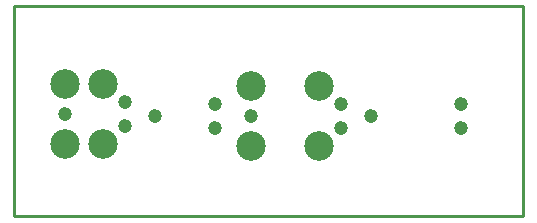
<source format=gbs>
%FSLAX44Y44*%
%MOMM*%
G71*
G01*
G75*
G04 Layer_Color=16711935*
%ADD10C,0.7900*%
%ADD11C,0.2540*%
%ADD12C,0.9906*%
%ADD13C,2.3000*%
%ADD14C,0.0100*%
%ADD15C,0.9932*%
%ADD16C,1.1938*%
%ADD17C,2.5032*%
D11*
X251460Y433070D02*
X681990D01*
X251460Y255270D02*
Y433070D01*
X681990Y255270D02*
Y433070D01*
X251460Y255270D02*
X681990D01*
D16*
X553720Y340360D02*
D03*
X629920Y350520D02*
D03*
Y330200D02*
D03*
X452120Y340360D02*
D03*
X528320Y350510D02*
D03*
Y330210D02*
D03*
X421640Y330200D02*
D03*
Y350520D02*
D03*
X370840Y340360D02*
D03*
X294640Y341630D02*
D03*
X345440Y351790D02*
D03*
Y331470D02*
D03*
D17*
X452120Y365760D02*
D03*
Y314960D02*
D03*
X509270Y365760D02*
D03*
Y314960D02*
D03*
X294640Y367030D02*
D03*
Y316230D02*
D03*
X326390Y367030D02*
D03*
Y316230D02*
D03*
M02*

</source>
